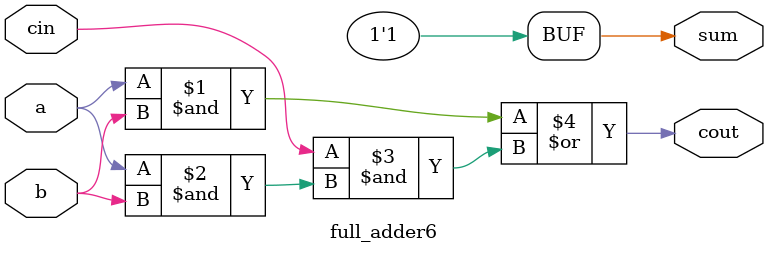
<source format=v>
module full_adder6(a,b,cin,sum,cout);
input a,b,cin;
output sum,cout;
assign sum = 1'b1;
assign cout = a&b|cin&(a&b); 
// initial begin
//     $display("The incorrect adder with xor1 having out/1");
// end   
endmodule
</source>
